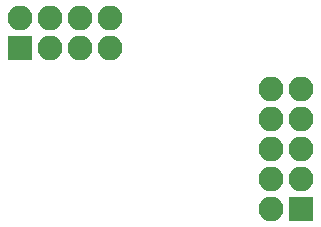
<source format=gbs>
G04 #@! TF.FileFunction,Soldermask,Bot*
%FSLAX46Y46*%
G04 Gerber Fmt 4.6, Leading zero omitted, Abs format (unit mm)*
G04 Created by KiCad (PCBNEW 4.0.7) date Monday, 04 '04e' September '04e' 2017, 13:38:34*
%MOMM*%
%LPD*%
G01*
G04 APERTURE LIST*
%ADD10C,0.100000*%
%ADD11R,2.100000X2.100000*%
%ADD12O,2.100000X2.100000*%
G04 APERTURE END LIST*
D10*
D11*
X144620000Y-94740000D03*
D12*
X144620000Y-92200000D03*
X147160000Y-94740000D03*
X147160000Y-92200000D03*
X149700000Y-94740000D03*
X149700000Y-92200000D03*
X152240000Y-94740000D03*
X152240000Y-92200000D03*
D11*
X168400000Y-108400000D03*
D12*
X165860000Y-108400000D03*
X168400000Y-105860000D03*
X165860000Y-105860000D03*
X168400000Y-103320000D03*
X165860000Y-103320000D03*
X168400000Y-100780000D03*
X165860000Y-100780000D03*
X168400000Y-98240000D03*
X165860000Y-98240000D03*
M02*

</source>
